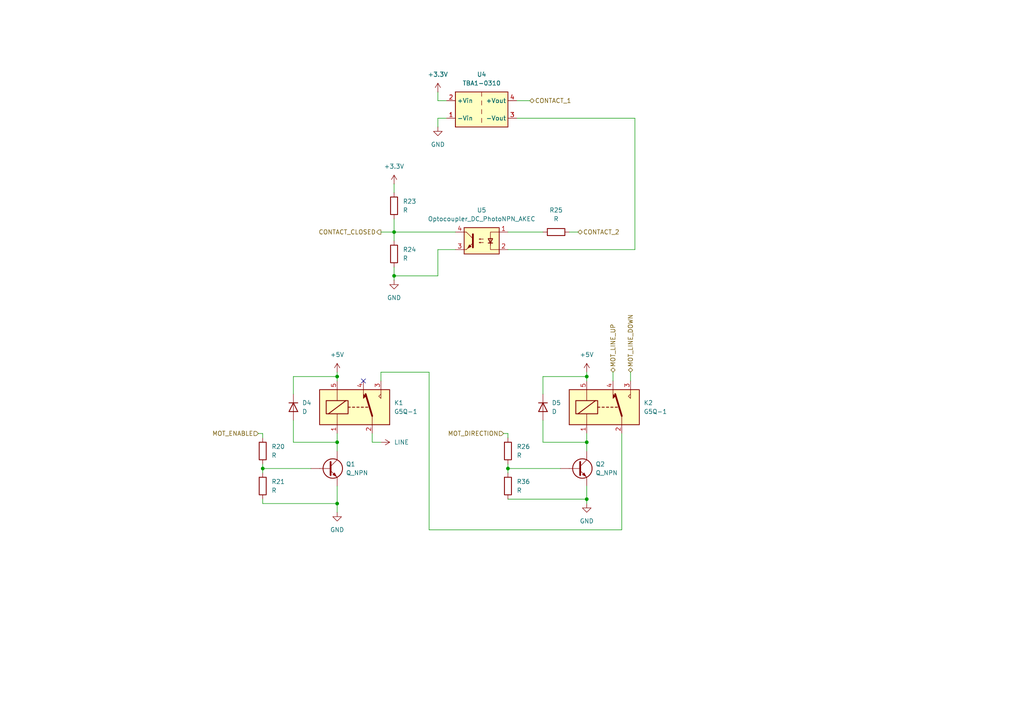
<source format=kicad_sch>
(kicad_sch (version 20250114) (generator "eeschema") (generator_version "9.0")
  (paper "A4")
  (title_block (title "iot-contact"))
  (lib_symbols
    (symbol "Converter_DCDC:TBA1-0310"
      (property "Reference" "U" (at -6.858 6.35 0))
      (property "Value" "TBA1-0310" (at 1.524 6.35 0))
      (symbol "TBA1-0310_0_0"
        (pin power_in line (at -10.16 2.54 0) (length 2.54) (name "+Vin") (number "2"))
        (pin power_in line (at -10.16 -2.54 0) (length 2.54) (name "-Vin") (number "1"))
        (pin power_out line (at 10.16 2.54 180) (length 2.54) (name "+Vout") (number "4"))
        (pin power_out line (at 10.16 -2.54 180) (length 2.54) (name "-Vout") (number "3"))
      )
      (symbol "TBA1-0310_0_1"
        (rectangle (start -7.62 5.08) (end 7.62 -5.08) (stroke (width 0.254)) (fill (type background)))
        (polyline (pts (xy 0 5.08) (xy 0 3.81)))
        (polyline (pts (xy 0 2.54) (xy 0 1.27)))
        (polyline (pts (xy 0 0) (xy 0 -1.27)))
        (polyline (pts (xy 0 -2.54) (xy 0 -3.81)))
      )
    )
    (symbol "Device:D" (pin_numbers (hide yes)) (pin_names (offset 1.016) (hide yes))
      (property "Reference" "D" (at 0 2.54 0))
      (property "Value" "D" (at 0 -2.54 0))
      (symbol "D_0_1"
        (polyline (pts (xy -1.27 1.27) (xy -1.27 -1.27)) (stroke (width 0.254)))
        (polyline (pts (xy 1.27 1.27) (xy 1.27 -1.27) (xy -1.27 0) (xy 1.27 1.27)) (stroke (width 0.254)))
        (polyline (pts (xy 1.27 0) (xy -1.27 0)))
      )
      (symbol "D_1_1"
        (pin passive line (at -3.81 0 0) (length 2.54) (name "K") (number "1"))
        (pin passive line (at 3.81 0 180) (length 2.54) (name "A") (number "2"))
      )
    )
    (symbol "Device:Q_NPN" (pin_numbers (hide yes)) (pin_names (offset 0) (hide yes))
      (property "Reference" "Q" (at 5.08 1.27 0))
      (property "Value" "Q_NPN" (at 5.08 -1.27 0))
      (symbol "Q_NPN_0_1"
        (polyline (pts (xy -2.54 0) (xy 0.635 0)))
        (polyline (pts (xy 0.635 1.905) (xy 0.635 -1.905)) (stroke (width 0.508)))
        (polyline (pts (xy 0.635 0.635) (xy 2.54 2.54)))
        (polyline (pts (xy 0.635 -0.635) (xy 2.54 -2.54)))
        (circle (center 1.27 0) (radius 2.8194) (stroke (width 0.254)))
        (polyline (pts (xy 1.27 -1.778) (xy 1.778 -1.27) (xy 2.286 -2.286) (xy 1.27 -1.778)) (fill (type outline)))
      )
      (symbol "Q_NPN_1_1"
        (pin input line (at -5.08 0 0) (length 2.54) (name "B") (number "B"))
        (pin passive line (at 2.54 5.08 270) (length 2.54) (name "C") (number "C"))
        (pin passive line (at 2.54 -5.08 90) (length 2.54) (name "E") (number "E"))
      )
    )
    (symbol "Device:R" (pin_numbers (hide yes)) (pin_names (offset 0))
      (property "Reference" "R" (at 2.032 0 90))
      (property "Value" "R" (at 0 0 90))
      (symbol "R_0_1"
        (rectangle (start -1.016 -2.54) (end 1.016 2.54) (stroke (width 0.254)))
      )
      (symbol "R_1_1"
        (pin passive line (at 0 3.81 270) (length 1.27) (name "~") (number "1"))
        (pin passive line (at 0 -3.81 90) (length 1.27) (name "~") (number "2"))
      )
    )
    (symbol "Isolator:Optocoupler_DC_PhotoNPN_AKEC"
      (property "Reference" "U" (at -5.08 5.08 0))
      (property "Value" "Optocoupler_DC_PhotoNPN_AKEC" (at 0 5.08 0))
      (symbol "Optocoupler_DC_PhotoNPN_AKEC_0_1"
        (rectangle (start -5.08 3.81) (end 5.08 -3.81) (stroke (width 0.254)) (fill (type background)))
        (polyline (pts (xy -5.08 2.54) (xy -2.54 2.54) (xy -2.54 -1.27) (xy -2.54 0.635)))
        (polyline (pts (xy -3.175 -0.635) (xy -1.905 -0.635)) (stroke (width 0.254)))
        (polyline (pts (xy -2.54 -0.635) (xy -2.54 -2.54) (xy -5.08 -2.54)))
        (polyline (pts (xy -2.54 -0.635) (xy -3.175 0.635) (xy -1.905 0.635) (xy -2.54 -0.635)) (stroke (width 0.254)))
        (polyline (pts (xy -0.508 0.508) (xy 0.762 0.508) (xy 0.381 0.381) (xy 0.381 0.635) (xy 0.762 0.508)))
        (polyline (pts (xy -0.508 -0.508) (xy 0.762 -0.508) (xy 0.381 -0.635) (xy 0.381 -0.381) (xy 0.762 -0.508)))
        (polyline (pts (xy 2.54 1.905) (xy 2.54 -1.905)) (stroke (width 0.508)))
        (polyline (pts (xy 2.54 0.635) (xy 4.445 2.54)))
        (polyline (pts (xy 3.048 -1.651) (xy 3.556 -1.143) (xy 4.064 -2.159) (xy 3.048 -1.651)) (fill (type outline)))
        (polyline (pts (xy 4.445 2.54) (xy 5.08 2.54)))
        (polyline (pts (xy 4.445 -2.54) (xy 2.54 -0.635)) (fill (type outline)))
        (polyline (pts (xy 4.445 -2.54) (xy 5.08 -2.54)))
      )
      (symbol "Optocoupler_DC_PhotoNPN_AKEC_1_1"
        (pin passive line (at -7.62 2.54 0) (length 2.54) (name "~") (number "1"))
        (pin passive line (at -7.62 -2.54 0) (length 2.54) (name "~") (number "2"))
        (pin passive line (at 7.62 2.54 180) (length 2.54) (name "~") (number "4"))
        (pin passive line (at 7.62 -2.54 180) (length 2.54) (name "~") (number "3"))
      )
    )
    (symbol "Relay:G5Q-1"
      (property "Reference" "K" (at 11.43 3.81 0))
      (property "Value" "G5Q-1" (at 11.43 1.27 0))
      (symbol "G5Q-1_0_0"
        (polyline (pts (xy 7.62 5.08) (xy 7.62 2.54) (xy 6.985 3.175) (xy 7.62 3.81)))
      )
      (symbol "G5Q-1_0_1"
        (rectangle (start -10.16 5.08) (end 10.16 -5.08) (stroke (width 0.254)) (fill (type background)))
        (rectangle (start -8.255 1.905) (end -1.905 -1.905) (stroke (width 0.254)))
        (polyline (pts (xy -7.62 -1.905) (xy -2.54 1.905)) (stroke (width 0.254)))
        (polyline (pts (xy -5.08 5.08) (xy -5.08 1.905)))
        (polyline (pts (xy -5.08 -5.08) (xy -5.08 -1.905)))
        (polyline (pts (xy -1.905 0) (xy -1.27 0)) (stroke (width 0.254)))
        (polyline (pts (xy -0.635 0) (xy 0 0)) (stroke (width 0.254)))
        (polyline (pts (xy 0.635 0) (xy 1.27 0)) (stroke (width 0.254)))
        (polyline (pts (xy 1.905 0) (xy 2.54 0)) (stroke (width 0.254)))
        (polyline (pts (xy 2.54 5.08) (xy 2.54 2.54) (xy 3.175 3.175) (xy 2.54 3.81)) (fill (type outline)))
        (polyline (pts (xy 3.175 0) (xy 3.81 0)) (stroke (width 0.254)))
        (polyline (pts (xy 5.08 -2.54) (xy 3.175 3.81)) (stroke (width 0.508)))
        (polyline (pts (xy 5.08 -2.54) (xy 5.08 -5.08)))
      )
      (symbol "G5Q-1_1_1"
        (pin passive line (at -5.08 7.62 270) (length 2.54) (name "~") (number "5"))
        (pin passive line (at -5.08 -7.62 90) (length 2.54) (name "~") (number "1"))
        (pin passive line (at 2.54 7.62 270) (length 2.54) (name "~") (number "4"))
        (pin passive line (at 5.08 -7.62 90) (length 2.54) (name "~") (number "2"))
        (pin passive line (at 7.62 7.62 270) (length 2.54) (name "~") (number "3"))
      )
    )
    (symbol "power:+3.3V" (power) (pin_numbers (hide yes)) (pin_names (offset 0) (hide yes))
      (property "Value" "+3.3V" (at 0 3.556 0))
      (symbol "+3.3V_0_1"
        (polyline (pts (xy -0.762 1.27) (xy 0 2.54)))
        (polyline (pts (xy 0 2.54) (xy 0.762 1.27)))
        (polyline (pts (xy 0 0) (xy 0 2.54)))
      )
      (symbol "+3.3V_1_1"
        (pin power_in line (at 0 0 90) (length 0) (name "~") (number "1"))
      )
    )
    (symbol "power:+5V" (power) (pin_numbers (hide yes)) (pin_names (offset 0) (hide yes))
      (property "Value" "+5V" (at 0 3.556 0))
      (symbol "+5V_0_1"
        (polyline (pts (xy -0.762 1.27) (xy 0 2.54)))
        (polyline (pts (xy 0 2.54) (xy 0.762 1.27)))
        (polyline (pts (xy 0 0) (xy 0 2.54)))
      )
      (symbol "+5V_1_1"
        (pin power_in line (at 0 0 90) (length 0) (name "~") (number "1"))
      )
    )
    (symbol "power:GND" (power) (pin_numbers (hide yes)) (pin_names (offset 0) (hide yes))
      (property "Value" "GND" (at 0 -3.81 0))
      (symbol "GND_0_1"
        (polyline (pts (xy 0 0) (xy 0 -1.27) (xy 1.27 -1.27) (xy 0 -2.54) (xy -1.27 -1.27) (xy 0 -1.27)))
      )
      (symbol "GND_1_1"
        (pin power_in line (at 0 0 270) (length 0) (name "~") (number "1"))
      )
    )
    (symbol "power:LINE" (power) (pin_numbers (hide yes)) (pin_names (offset 0) (hide yes))
      (property "Value" "LINE" (at 0 3.556 0))
      (symbol "LINE_0_1"
        (polyline (pts (xy -0.762 1.27) (xy 0 2.54)))
        (polyline (pts (xy 0 2.54) (xy 0.762 1.27)))
        (polyline (pts (xy 0 0) (xy 0 2.54)))
      )
      (symbol "LINE_1_1"
        (pin power_in line (at 0 0 90) (length 0) (name "~") (number "1"))
      )
    )
  )
  (junction (at 114.3 80.01))
  (junction (at 114.3 67.31))
  (junction (at 97.79 109.22))
  (junction (at 76.2 135.89))
  (junction (at 170.18 144.78))
  (junction (at 147.32 135.89))
  (junction (at 170.18 109.22))
  (junction (at 97.79 146.05))
  (junction (at 97.79 128.27))
  (junction (at 170.18 128.27))
  (no_connect (at 105.41 110.49))
  (wire (pts (xy 170.18 107.95) (xy 170.18 109.22)))
  (wire (pts (xy 76.2 125.73) (xy 74.93 125.73)))
  (wire (pts (xy 97.79 128.27) (xy 97.79 130.81)))
  (wire (pts (xy 85.09 109.22) (xy 97.79 109.22)))
  (wire (pts (xy 97.79 146.05) (xy 97.79 148.59)))
  (wire (pts (xy 97.79 140.97) (xy 97.79 146.05)))
  (wire (pts (xy 147.32 67.31) (xy 157.48 67.31)))
  (wire (pts (xy 149.86 34.29) (xy 184.15 34.29)))
  (wire (pts (xy 85.09 121.92) (xy 85.09 128.27)))
  (wire (pts (xy 114.3 67.31) (xy 114.3 63.5)))
  (wire (pts (xy 147.32 125.73) (xy 146.05 125.73)))
  (wire (pts (xy 76.2 135.89) (xy 76.2 137.16)))
  (wire (pts (xy 170.18 144.78) (xy 170.18 146.05)))
  (wire (pts (xy 76.2 135.89) (xy 76.2 134.62)))
  (wire (pts (xy 114.3 67.31) (xy 114.3 69.85)))
  (wire (pts (xy 124.46 107.95) (xy 124.46 153.67)))
  (wire (pts (xy 114.3 77.47) (xy 114.3 80.01)))
  (wire (pts (xy 182.88 107.95) (xy 182.88 110.49)))
  (wire (pts (xy 110.49 67.31) (xy 114.3 67.31)))
  (wire (pts (xy 114.3 53.34) (xy 114.3 55.88)))
  (wire (pts (xy 76.2 146.05) (xy 97.79 146.05)))
  (wire (pts (xy 157.48 109.22) (xy 170.18 109.22)))
  (wire (pts (xy 162.56 135.89) (xy 147.32 135.89)))
  (wire (pts (xy 129.54 34.29) (xy 127 34.29)))
  (wire (pts (xy 110.49 128.27) (xy 107.95 128.27)))
  (wire (pts (xy 114.3 80.01) (xy 114.3 81.28)))
  (wire (pts (xy 97.79 109.22) (xy 97.79 110.49)))
  (wire (pts (xy 127 29.21) (xy 127 26.67)))
  (wire (pts (xy 170.18 140.97) (xy 170.18 144.78)))
  (wire (pts (xy 97.79 107.95) (xy 97.79 109.22)))
  (wire (pts (xy 184.15 72.39) (xy 147.32 72.39)))
  (wire (pts (xy 114.3 67.31) (xy 132.08 67.31)))
  (wire (pts (xy 147.32 134.62) (xy 147.32 135.89)))
  (wire (pts (xy 127 80.01) (xy 114.3 80.01)))
  (wire (pts (xy 157.48 114.3) (xy 157.48 109.22)))
  (wire (pts (xy 90.17 135.89) (xy 76.2 135.89)))
  (wire (pts (xy 149.86 29.21) (xy 153.67 29.21)))
  (wire (pts (xy 157.48 128.27) (xy 170.18 128.27)))
  (wire (pts (xy 170.18 125.73) (xy 170.18 128.27)))
  (wire (pts (xy 170.18 128.27) (xy 170.18 130.81)))
  (wire (pts (xy 147.32 144.78) (xy 170.18 144.78)))
  (wire (pts (xy 147.32 135.89) (xy 147.32 137.16)))
  (wire (pts (xy 127 72.39) (xy 127 80.01)))
  (wire (pts (xy 184.15 34.29) (xy 184.15 72.39)))
  (wire (pts (xy 165.1 67.31) (xy 167.64 67.31)))
  (wire (pts (xy 129.54 29.21) (xy 127 29.21)))
  (wire (pts (xy 97.79 125.73) (xy 97.79 128.27)))
  (wire (pts (xy 170.18 109.22) (xy 170.18 110.49)))
  (wire (pts (xy 180.34 153.67) (xy 180.34 125.73)))
  (wire (pts (xy 177.8 107.95) (xy 177.8 110.49)))
  (wire (pts (xy 85.09 128.27) (xy 97.79 128.27)))
  (wire (pts (xy 76.2 127) (xy 76.2 125.73)))
  (wire (pts (xy 107.95 128.27) (xy 107.95 125.73)))
  (wire (pts (xy 110.49 107.95) (xy 124.46 107.95)))
  (wire (pts (xy 157.48 121.92) (xy 157.48 128.27)))
  (wire (pts (xy 147.32 127) (xy 147.32 125.73)))
  (wire (pts (xy 110.49 110.49) (xy 110.49 107.95)))
  (wire (pts (xy 127 34.29) (xy 127 36.83)))
  (wire (pts (xy 132.08 72.39) (xy 127 72.39)))
  (wire (pts (xy 76.2 144.78) (xy 76.2 146.05)))
  (wire (pts (xy 85.09 114.3) (xy 85.09 109.22)))
  (wire (pts (xy 124.46 153.67) (xy 180.34 153.67)))
  (hierarchical_label "CONTACT_1" (shape bidirectional) (at 153.67 29.21 0))
  (hierarchical_label "CONTACT_2" (shape bidirectional) (at 167.64 67.31 0))
  (hierarchical_label "MOT_ENABLE" (shape input) (at 74.93 125.73 180))
  (hierarchical_label "MOT_LINE_DOWN" (shape bidirectional) (at 182.88 107.95 90))
  (hierarchical_label "MOT_LINE_UP" (shape bidirectional) (at 177.8 107.95 90))
  (hierarchical_label "CONTACT_CLOSED" (shape output) (at 110.49 67.31 180))
  (hierarchical_label "MOT_DIRECTION" (shape input) (at 146.05 125.73 180))
  (symbol (lib_id "Isolator:Optocoupler_DC_PhotoNPN_AKEC") (at 139.7 69.85 0) (mirror y) (unit 1)
    (property "Reference" "U5" (at 139.7 60.96 0))
    (property "Value" "Optocoupler_DC_PhotoNPN_AKEC" (at 139.7 63.5 0))
    (property "Description" "Generic DC optocoupler with NPN phototransistor output, pins order: anode/cathode/emitter/collector" (effects (hide yes)))
  )
  (symbol (lib_id "power:LINE") (at 110.49 128.27 270) (unit 1)
    (property "Reference" "#PWR030" (effects (hide yes)))
    (property "Value" "LINE" (at 114.3 128.2699 90) (effects (justify left)))
    (property "Description" "Power symbol creates a global label with name \"LINE\"" (effects (hide yes)))
  )
  (symbol (lib_id "Device:R") (at 76.2 140.97 0) (unit 1)
    (property "Reference" "R21" (at 78.74 139.6999 0) (effects (justify left)))
    (property "Value" "R" (at 78.74 142.2399 0) (effects (justify left)))
    (property "Description" "Resistor" (effects (hide yes)))
  )
  (symbol (lib_id "Device:Q_NPN") (at 167.64 135.89 0) (unit 1)
    (property "Reference" "Q2" (at 172.72 134.6199 0) (effects (justify left)))
    (property "Value" "Q_NPN" (at 172.72 137.1599 0) (effects (justify left)))
    (property "Description" "NPN bipolar junction transistor" (effects (hide yes)))
  )
  (symbol (lib_id "Device:R") (at 76.2 130.81 0) (unit 1)
    (property "Reference" "R20" (at 78.74 129.5399 0) (effects (justify left)))
    (property "Value" "R" (at 78.74 132.0799 0) (effects (justify left)))
    (property "Description" "Resistor" (effects (hide yes)))
  )
  (symbol (lib_id "Relay:G5Q-1") (at 175.26 118.11 0) (unit 1)
    (property "Reference" "K2" (at 186.69 116.8399 0) (effects (justify left)))
    (property "Value" "G5Q-1" (at 186.69 119.3799 0) (effects (justify left)))
    (property "Footprint" "Relay_THT:Relay_SPDT_Omron-G5Q-1" (effects (hide yes)))
    (property "Datasheet" "https://www.omron.com/ecb/products/pdf/en-g5q.pdf" (effects (hide yes)))
    (property "Description" "Omron G5G relay, Miniature Single Pole, SPDT, 10A" (effects (hide yes)))
  )
  (symbol (lib_id "power:+5V") (at 170.18 107.95 0) (unit 1)
    (property "Reference" "#PWR034" (effects (hide yes)))
    (property "Value" "+5V" (at 170.18 102.87 0))
    (property "Description" "Power symbol creates a global label with name \"+5V\"" (effects (hide yes)))
  )
  (symbol (lib_id "power:GND") (at 114.3 81.28 0) (unit 1)
    (property "Reference" "#PWR036" (effects (hide yes)))
    (property "Value" "GND" (at 114.3 86.36 0))
    (property "Description" "Power symbol creates a global label with name \"GND\" , ground" (effects (hide yes)))
  )
  (symbol (lib_id "Device:R") (at 161.29 67.31 90) (unit 1)
    (property "Reference" "R25" (at 161.29 60.96 90))
    (property "Value" "R" (at 161.29 63.5 90))
    (property "Description" "Resistor" (effects (hide yes)))
  )
  (symbol (lib_id "Relay:G5Q-1") (at 102.87 118.11 0) (unit 1)
    (property "Reference" "K1" (at 114.3 116.8399 0) (effects (justify left)))
    (property "Value" "G5Q-1" (at 114.3 119.3799 0) (effects (justify left)))
    (property "Footprint" "Relay_THT:Relay_SPDT_Omron-G5Q-1" (effects (hide yes)))
    (property "Datasheet" "https://www.omron.com/ecb/products/pdf/en-g5q.pdf" (effects (hide yes)))
    (property "Description" "Omron G5G relay, Miniature Single Pole, SPDT, 10A" (effects (hide yes)))
  )
  (symbol (lib_id "Device:R") (at 114.3 73.66 0) (unit 1)
    (property "Reference" "R24" (at 116.84 72.3899 0) (effects (justify left)))
    (property "Value" "R" (at 116.84 74.9299 0) (effects (justify left)))
    (property "Description" "Resistor" (effects (hide yes)))
  )
  (symbol (lib_id "power:GND") (at 170.18 146.05 0) (unit 1)
    (property "Reference" "#PWR031" (effects (hide yes)))
    (property "Value" "GND" (at 170.18 151.13 0))
    (property "Description" "Power symbol creates a global label with name \"GND\" , ground" (effects (hide yes)))
  )
  (symbol (lib_id "power:+5V") (at 97.79 107.95 0) (unit 1)
    (property "Reference" "#PWR033" (effects (hide yes)))
    (property "Value" "+5V" (at 97.79 102.87 0))
    (property "Description" "Power symbol creates a global label with name \"+5V\"" (effects (hide yes)))
  )
  (symbol (lib_id "Device:D") (at 157.48 118.11 270) (unit 1)
    (property "Reference" "D5" (at 160.02 116.8399 90) (effects (justify left)))
    (property "Value" "D" (at 160.02 119.3799 90) (effects (justify left)))
    (property "Description" "Diode" (effects (hide yes)))
    (property "Sim.Device" "D" (effects (hide yes)))
    (property "Sim.Pins" "1=K 2=A" (effects (hide yes)))
  )
  (symbol (lib_id "power:GND") (at 97.79 148.59 0) (unit 1)
    (property "Reference" "#PWR032" (effects (hide yes)))
    (property "Value" "GND" (at 97.79 153.67 0))
    (property "Description" "Power symbol creates a global label with name \"GND\" , ground" (effects (hide yes)))
  )
  (symbol (lib_id "power:GND") (at 127 36.83 0) (unit 1)
    (property "Reference" "#PWR038" (effects (hide yes)))
    (property "Value" "GND" (at 127 41.91 0))
    (property "Description" "Power symbol creates a global label with name \"GND\" , ground" (effects (hide yes)))
  )
  (symbol (lib_id "power:+3.3V") (at 114.3 53.34 0) (unit 1)
    (property "Reference" "#PWR035" (effects (hide yes)))
    (property "Value" "+3.3V" (at 114.3 48.26 0))
    (property "Description" "Power symbol creates a global label with name \"+3.3V\"" (effects (hide yes)))
  )
  (symbol (lib_id "power:+3.3V") (at 127 26.67 0) (unit 1)
    (property "Reference" "#PWR037" (effects (hide yes)))
    (property "Value" "+3.3V" (at 127 21.59 0))
    (property "Description" "Power symbol creates a global label with name \"+3.3V\"" (effects (hide yes)))
  )
  (symbol (lib_id "Converter_DCDC:TBA1-0310") (at 139.7 31.75 0) (unit 1)
    (property "Reference" "U4" (at 139.7 21.59 0))
    (property "Value" "TBA1-0310" (at 139.7 24.13 0))
    (property "Footprint" "Converter_DCDC:Converter_DCDC_TRACO_TBA1-xxxx_THT" (effects (hide yes)))
    (property "Datasheet" "https://www.tracopower.com/products/tba1.pdf" (effects (hide yes)))
    (property "Description" "1W DC/DC converter unregulated, 2.97-3.63V input, 3.3V fixed output voltage, 260mA output, 1.5kVDC isolation, SIP-4" (effects (hide yes)))
  )
  (symbol (lib_id "Device:R") (at 147.32 140.97 0) (unit 1)
    (property "Reference" "R36" (at 149.86 139.6999 0) (effects (justify left)))
    (property "Value" "R" (at 149.86 142.2399 0) (effects (justify left)))
    (property "Description" "Resistor" (effects (hide yes)))
  )
  (symbol (lib_id "Device:R") (at 114.3 59.69 0) (unit 1)
    (property "Reference" "R23" (at 116.84 58.4199 0) (effects (justify left)))
    (property "Value" "R" (at 116.84 60.9599 0) (effects (justify left)))
    (property "Description" "Resistor" (effects (hide yes)))
  )
  (symbol (lib_id "Device:D") (at 85.09 118.11 270) (unit 1)
    (property "Reference" "D4" (at 87.63 116.8399 90) (effects (justify left)))
    (property "Value" "D" (at 87.63 119.3799 90) (effects (justify left)))
    (property "Description" "Diode" (effects (hide yes)))
    (property "Sim.Device" "D" (effects (hide yes)))
    (property "Sim.Pins" "1=K 2=A" (effects (hide yes)))
  )
  (symbol (lib_id "Device:R") (at 147.32 130.81 0) (unit 1)
    (property "Reference" "R26" (at 149.86 129.5399 0) (effects (justify left)))
    (property "Value" "R" (at 149.86 132.0799 0) (effects (justify left)))
    (property "Description" "Resistor" (effects (hide yes)))
  )
  (symbol (lib_id "Device:Q_NPN") (at 95.25 135.89 0) (unit 1)
    (property "Reference" "Q1" (at 100.33 134.6199 0) (effects (justify left)))
    (property "Value" "Q_NPN" (at 100.33 137.1599 0) (effects (justify left)))
    (property "Description" "NPN bipolar junction transistor" (effects (hide yes)))
  )
)
</source>
